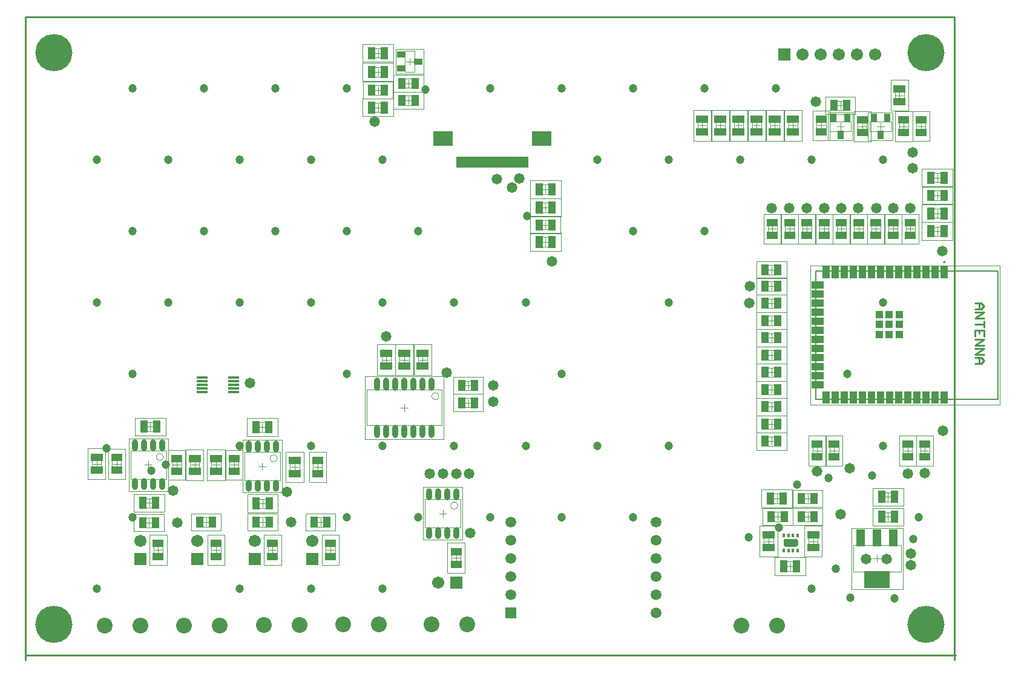
<source format=gts>
G04*
G04 #@! TF.GenerationSoftware,Altium Limited,Altium Designer,22.0.2 (36)*
G04*
G04 Layer_Color=8388736*
%FSLAX44Y44*%
%MOMM*%
G71*
G04*
G04 #@! TF.SameCoordinates,44A75C0C-92E7-4886-82EC-FF5ABF5C97BD*
G04*
G04*
G04 #@! TF.FilePolarity,Negative*
G04*
G01*
G75*
%ADD11C,0.2540*%
%ADD13C,0.2000*%
%ADD14C,0.1000*%
%ADD15C,0.1270*%
%ADD16C,0.0500*%
G04:AMPARAMS|DCode=19|XSize=1.04mm|YSize=0.85mm|CornerRadius=0.2125mm|HoleSize=0mm|Usage=FLASHONLY|Rotation=90.000|XOffset=0mm|YOffset=0mm|HoleType=Round|Shape=RoundedRectangle|*
%AMROUNDEDRECTD19*
21,1,1.0400,0.4250,0,0,90.0*
21,1,0.6150,0.8500,0,0,90.0*
1,1,0.4250,0.2125,0.3075*
1,1,0.4250,0.2125,-0.3075*
1,1,0.4250,-0.2125,-0.3075*
1,1,0.4250,-0.2125,0.3075*
%
%ADD19ROUNDEDRECTD19*%
%ADD35R,1.0160X1.0280*%
%ADD36R,0.9532X1.2032*%
G04:AMPARAMS|DCode=37|XSize=0.5mm|YSize=0.4mm|CornerRadius=0.075mm|HoleSize=0mm|Usage=FLASHONLY|Rotation=90.000|XOffset=0mm|YOffset=0mm|HoleType=Round|Shape=RoundedRectangle|*
%AMROUNDEDRECTD37*
21,1,0.5000,0.2500,0,0,90.0*
21,1,0.3500,0.4000,0,0,90.0*
1,1,0.1500,0.1250,0.1750*
1,1,0.1500,0.1250,-0.1750*
1,1,0.1500,-0.1250,-0.1750*
1,1,0.1500,-0.1250,0.1750*
%
%ADD37ROUNDEDRECTD37*%
%ADD38R,1.2032X2.3532*%
%ADD39R,3.5532X2.3532*%
%ADD40O,0.8032X1.8532*%
G04:AMPARAMS|DCode=41|XSize=1.55mm|YSize=0.4mm|CornerRadius=0.125mm|HoleSize=0mm|Usage=FLASHONLY|Rotation=180.000|XOffset=0mm|YOffset=0mm|HoleType=Round|Shape=RoundedRectangle|*
%AMROUNDEDRECTD41*
21,1,1.5500,0.1500,0,0,180.0*
21,1,1.3000,0.4000,0,0,180.0*
1,1,0.2500,-0.6500,0.0750*
1,1,0.2500,0.6500,0.0750*
1,1,0.2500,0.6500,-0.0750*
1,1,0.2500,-0.6500,-0.0750*
%
%ADD41ROUNDEDRECTD41*%
%ADD42O,0.8032X1.6532*%
%ADD43R,1.1032X1.1032*%
%ADD44R,1.1032X1.7032*%
%ADD45R,1.7032X1.1032*%
%ADD46R,1.0032X1.6032*%
%ADD47R,1.6032X1.0032*%
%ADD48R,1.2032X0.9532*%
%ADD49R,2.7032X2.0032*%
%ADD50R,0.5532X1.5032*%
%ADD51R,1.0032X1.6532*%
%ADD52R,1.6532X1.0032*%
%ADD53C,1.5032*%
%ADD54R,1.5032X1.5032*%
%ADD55C,2.2032*%
%ADD56R,1.7032X1.7032*%
%ADD57C,1.7032*%
%ADD58R,1.7032X1.7032*%
%ADD59C,1.2032*%
%ADD60C,1.4732*%
%ADD61C,5.2032*%
D11*
X1300000D02*
Y900000D01*
X0D02*
X1300000D01*
X1270Y6350D02*
X1301270D01*
X0Y0D02*
Y900000D01*
X1328170Y499660D02*
X1336634D01*
X1340866Y495428D01*
X1336634Y491196D01*
X1328170D01*
X1334518D01*
Y499660D01*
X1328170Y486964D02*
X1340866D01*
X1328170Y478500D01*
X1340866D01*
Y474268D02*
Y465804D01*
Y470036D01*
X1328170D01*
X1340866Y453108D02*
Y461572D01*
X1328170D01*
Y453108D01*
X1334518Y461572D02*
Y457340D01*
X1328170Y448876D02*
X1340866D01*
X1328170Y440412D01*
X1340866D01*
X1328170Y436181D02*
X1340866D01*
X1328170Y427717D01*
X1340866D01*
X1328170Y423485D02*
X1336634D01*
X1340866Y419253D01*
X1336634Y415021D01*
X1328170D01*
X1334518D01*
Y423485D01*
D13*
X1286770Y556660D02*
G03*
X1286770Y556660I-1000J0D01*
G01*
D14*
X578500Y369000D02*
G03*
X578500Y369000I-5000J0D01*
G01*
X605000Y216000D02*
G03*
X605000Y216000I-5000J0D01*
G01*
X352450Y282210D02*
G03*
X352450Y282210I-5000J0D01*
G01*
X193200Y284080D02*
G03*
X193200Y284080I-5000J0D01*
G01*
X1125270Y753760D02*
X1155270D01*
X1125270Y739760D02*
X1155270D01*
Y753760D01*
X1125270Y739760D02*
Y753760D01*
X1158170Y160320D02*
X1225170D01*
X1158170Y123320D02*
X1225170D01*
Y160320D01*
X1158170Y123320D02*
Y160320D01*
X477500Y378000D02*
X582500D01*
X477500Y328000D02*
X582500D01*
Y378000D01*
X477500Y328000D02*
Y378000D01*
X559000Y185000D02*
Y225000D01*
X609000Y185000D02*
Y225000D01*
X559000Y185000D02*
X609000D01*
X559000Y225000D02*
X609000D01*
X306450Y251210D02*
Y291210D01*
X356450Y251210D02*
Y291210D01*
X306450Y251210D02*
X356450D01*
X306450Y291210D02*
X356450D01*
X147200Y253080D02*
Y293080D01*
X197200Y253080D02*
Y293080D01*
X147200Y253080D02*
X197200D01*
X147200Y293080D02*
X197200D01*
X1084060Y232320D02*
X1105060D01*
X1084060Y219320D02*
X1105060D01*
X1084060D02*
Y232320D01*
X1105060Y219320D02*
Y232320D01*
X1042150Y206920D02*
X1063150D01*
X1042150Y193920D02*
X1063150D01*
X1042150D02*
Y206920D01*
X1063150Y193920D02*
Y206920D01*
X1084060D02*
X1105060D01*
X1084060Y193920D02*
X1105060D01*
X1084060D02*
Y206920D01*
X1105060Y193920D02*
Y206920D01*
X525500Y813500D02*
X546500D01*
X525500Y800500D02*
X546500D01*
X525500D02*
Y813500D01*
X546500Y800500D02*
Y813500D01*
X525500Y776500D02*
X546500D01*
X525500Y789500D02*
X546500D01*
Y776500D02*
Y789500D01*
X525500Y776500D02*
Y789500D01*
X596160Y132230D02*
Y153230D01*
X609160Y132230D02*
Y153230D01*
X596160Y132230D02*
X609160D01*
X596160Y153230D02*
X609160D01*
X1033440Y336700D02*
X1054440D01*
X1033440Y323700D02*
X1054440D01*
X1033440D02*
Y336700D01*
X1054440Y323700D02*
Y336700D01*
X1159360Y592750D02*
Y613750D01*
X1172360Y592750D02*
Y613750D01*
X1159360Y592750D02*
X1172360D01*
X1159360Y613750D02*
X1172360D01*
X1033440Y360830D02*
X1054440D01*
X1033440Y347830D02*
X1054440D01*
X1033440D02*
Y360830D01*
X1054440Y347830D02*
Y360830D01*
X1033440Y552600D02*
X1054440D01*
X1033440Y539600D02*
X1054440D01*
X1033440D02*
Y552600D01*
X1054440Y539600D02*
Y552600D01*
X1033440Y396090D02*
X1054440D01*
X1033440Y409090D02*
X1054440D01*
Y396090D02*
Y409090D01*
X1033440Y396090D02*
Y409090D01*
Y312570D02*
X1054440D01*
X1033440Y299570D02*
X1054440D01*
X1033440D02*
Y312570D01*
X1054440Y299570D02*
Y312570D01*
X1033440Y420220D02*
X1054440D01*
X1033440Y433220D02*
X1054440D01*
Y420220D02*
Y433220D01*
X1033440Y420220D02*
Y433220D01*
Y444350D02*
X1054440D01*
X1033440Y457350D02*
X1054440D01*
Y444350D02*
Y457350D01*
X1033440Y444350D02*
Y457350D01*
Y468480D02*
X1054440D01*
X1033440Y481480D02*
X1054440D01*
Y468480D02*
Y481480D01*
X1033440Y468480D02*
Y481480D01*
Y492610D02*
X1054440D01*
X1033440Y505610D02*
X1054440D01*
Y492610D02*
Y505610D01*
X1033440Y492610D02*
Y505610D01*
Y516740D02*
X1054440D01*
X1033440Y529740D02*
X1054440D01*
Y516740D02*
Y529740D01*
X1033440Y516740D02*
Y529740D01*
X1086970Y592750D02*
Y613750D01*
X1099970Y592750D02*
Y613750D01*
X1086970Y592750D02*
X1099970D01*
X1086970Y613750D02*
X1099970D01*
X1183490Y592750D02*
Y613750D01*
X1196490Y592750D02*
Y613750D01*
X1183490Y592750D02*
X1196490D01*
X1183490Y613750D02*
X1196490D01*
X1207620Y592750D02*
Y613750D01*
X1220620Y592750D02*
Y613750D01*
X1207620Y592750D02*
X1220620D01*
X1207620Y613750D02*
X1220620D01*
X1231750Y592750D02*
Y613750D01*
X1244750Y592750D02*
Y613750D01*
X1231750Y592750D02*
X1244750D01*
X1231750Y613750D02*
X1244750D01*
X609012Y390500D02*
X630012D01*
X609012Y377500D02*
X630012D01*
X609012D02*
Y390500D01*
X630012Y377500D02*
Y390500D01*
X609012Y366500D02*
X630012D01*
X609012Y353500D02*
X630012D01*
X609012D02*
Y366500D01*
X630012Y353500D02*
Y366500D01*
X1033440Y384960D02*
X1054440D01*
X1033440Y371960D02*
X1054440D01*
X1033440D02*
Y384960D01*
X1054440Y371960D02*
Y384960D01*
X1051710Y592750D02*
Y613750D01*
X1038710Y592750D02*
Y613750D01*
X1051710D01*
X1038710Y592750D02*
X1051710D01*
X1075840D02*
Y613750D01*
X1062840Y592750D02*
Y613750D01*
X1075840D01*
X1062840Y592750D02*
X1075840D01*
X1124100D02*
Y613750D01*
X1111100Y592750D02*
Y613750D01*
X1124100D01*
X1111100Y592750D02*
X1124100D01*
X1148230D02*
Y613750D01*
X1135230Y592750D02*
Y613750D01*
X1148230D01*
X1135230Y592750D02*
X1148230D01*
X1138070Y282500D02*
Y303500D01*
X1125070Y282500D02*
Y303500D01*
X1138070D01*
X1125070Y282500D02*
X1138070D01*
X1265070D02*
Y303500D01*
X1252070Y282500D02*
Y303500D01*
X1265070D01*
X1252070Y282500D02*
X1265070D01*
X1240940D02*
Y303500D01*
X1227940Y282500D02*
Y303500D01*
X1240940D01*
X1227940Y282500D02*
X1240940D01*
X1246500Y736500D02*
Y757500D01*
X1259500Y736500D02*
Y757500D01*
X1246500Y736500D02*
X1259500D01*
X1246500Y757500D02*
X1259500D01*
X1235510Y736260D02*
Y757260D01*
X1222510Y736260D02*
Y757260D01*
X1235510D01*
X1222510Y736260D02*
X1235510D01*
X1164440D02*
Y757260D01*
X1177440Y736260D02*
Y757260D01*
X1164440Y736260D02*
X1177440D01*
X1164440Y757260D02*
X1177440D01*
X1107100Y737530D02*
Y758530D01*
X1120100Y737530D02*
Y758530D01*
X1107100Y737530D02*
X1120100D01*
X1107100Y758530D02*
X1120100D01*
X1129770Y769470D02*
X1150770D01*
X1129770Y782470D02*
X1150770D01*
Y769470D02*
Y782470D01*
X1129770Y769470D02*
Y782470D01*
X1101500Y282500D02*
Y303500D01*
X1114500Y282500D02*
Y303500D01*
X1101500Y282500D02*
X1114500D01*
X1101500Y303500D02*
X1114500D01*
X162500Y198500D02*
X183500D01*
X162500Y185500D02*
X183500D01*
X162500D02*
Y198500D01*
X183500Y185500D02*
Y198500D01*
X192500Y143500D02*
Y164500D01*
X179500Y143500D02*
Y164500D01*
X192500D01*
X179500Y143500D02*
X192500D01*
X121250Y263850D02*
Y284850D01*
X134250Y263850D02*
Y284850D01*
X121250Y263850D02*
X134250D01*
X121250Y284850D02*
X134250D01*
X242500Y186500D02*
X263500D01*
X242500Y199500D02*
X263500D01*
Y186500D02*
Y199500D01*
X242500Y186500D02*
Y199500D01*
X273500Y143500D02*
Y164500D01*
X260500Y143500D02*
Y164500D01*
X273500D01*
X260500Y143500D02*
X273500D01*
X218500Y262500D02*
Y283500D01*
X205500Y262500D02*
Y283500D01*
X218500D01*
X205500Y262500D02*
X218500D01*
X321500Y199500D02*
X342500D01*
X321500Y186500D02*
X342500D01*
X321500D02*
Y199500D01*
X342500Y186500D02*
Y199500D01*
X352500Y143500D02*
Y164500D01*
X339500Y143500D02*
Y164500D01*
X352500D01*
X339500Y143500D02*
X352500D01*
X285500Y262500D02*
Y283500D01*
X298500Y262500D02*
Y283500D01*
X285500Y262500D02*
X298500D01*
X285500Y283500D02*
X298500D01*
X402500Y186500D02*
X423500D01*
X402500Y199500D02*
X423500D01*
Y186500D02*
Y199500D01*
X402500Y186500D02*
Y199500D01*
X433500Y143500D02*
Y164500D01*
X420500Y143500D02*
Y164500D01*
X433500D01*
X420500Y143500D02*
X433500D01*
X415420Y259440D02*
Y280440D01*
X402420Y259440D02*
Y280440D01*
X415420D01*
X402420Y259440D02*
X415420D01*
X530680Y822620D02*
Y852620D01*
X544680Y822620D02*
Y852620D01*
X530680D02*
X544680D01*
X530680Y822620D02*
X544680D01*
X1181340Y753760D02*
X1211340D01*
X1181340Y739760D02*
X1211340D01*
Y753760D01*
X1181340Y739760D02*
Y753760D01*
X482890Y803830D02*
X503890D01*
X482890Y790830D02*
X503890D01*
X482890D02*
Y803830D01*
X503890Y790830D02*
Y803830D01*
X717110Y615480D02*
X738110D01*
X717110Y602480D02*
X738110D01*
X717110D02*
Y615480D01*
X738110Y602480D02*
Y615480D01*
X1265500Y643500D02*
X1286500D01*
X1265500Y656500D02*
X1286500D01*
Y643500D02*
Y656500D01*
X1265500Y643500D02*
Y656500D01*
X1061880Y219320D02*
Y232320D01*
X1040880Y219320D02*
Y232320D01*
Y219320D02*
X1061880D01*
X1040880Y232320D02*
X1061880D01*
X498500Y430500D02*
X511500D01*
X498500Y409500D02*
X511500D01*
Y430500D01*
X498500Y409500D02*
Y430500D01*
X1067650Y758530D02*
X1080650D01*
X1067650Y737530D02*
X1080650D01*
Y758530D01*
X1067650Y737530D02*
Y758530D01*
X991450D02*
X1004450D01*
X991450Y737530D02*
X1004450D01*
Y758530D01*
X991450Y737530D02*
Y758530D01*
X966050D02*
X979050D01*
X966050Y737530D02*
X979050D01*
Y758530D01*
X966050Y737530D02*
Y758530D01*
X183970Y213240D02*
Y226240D01*
X162970Y213240D02*
Y226240D01*
Y213240D02*
X183970D01*
X162970Y226240D02*
X183970D01*
X185240Y319920D02*
Y332920D01*
X164240Y319920D02*
Y332920D01*
Y319920D02*
X185240D01*
X164240Y332920D02*
X185240D01*
X342500Y212500D02*
Y225500D01*
X321500Y212500D02*
Y225500D01*
Y212500D02*
X342500D01*
X321500Y225500D02*
X342500D01*
X341950Y319320D02*
Y332320D01*
X320950Y319320D02*
Y332320D01*
Y319320D02*
X341950D01*
X320950Y332320D02*
X341950D01*
X1095680Y155630D02*
Y176630D01*
X1108680Y155630D02*
Y176630D01*
X1095680Y155630D02*
X1108680D01*
X1095680Y176630D02*
X1108680D01*
X1196410Y193740D02*
X1217410D01*
X1196410Y206740D02*
X1217410D01*
Y193740D02*
Y206740D01*
X1196410Y193740D02*
Y206740D01*
Y221680D02*
X1217410D01*
X1196410Y234680D02*
X1217410D01*
Y221680D02*
Y234680D01*
X1196410Y221680D02*
Y234680D01*
X1033450Y155630D02*
Y176630D01*
X1046450Y155630D02*
Y176630D01*
X1033450Y155630D02*
X1046450D01*
X1033450Y176630D02*
X1046450D01*
X1059500Y124500D02*
X1080500D01*
X1059500Y137500D02*
X1080500D01*
Y124500D02*
Y137500D01*
X1059500Y124500D02*
Y137500D01*
X562500Y409500D02*
Y430500D01*
X549500Y409500D02*
Y430500D01*
X562500D01*
X549500Y409500D02*
X562500D01*
X536550Y409590D02*
Y430590D01*
X523550Y409590D02*
Y430590D01*
X536550D01*
X523550Y409590D02*
X536550D01*
X482890Y766700D02*
X503890D01*
X482890Y779700D02*
X503890D01*
Y766700D02*
Y779700D01*
X482890Y766700D02*
Y779700D01*
Y816230D02*
X503890D01*
X482890Y829230D02*
X503890D01*
Y816230D02*
Y829230D01*
X482890Y816230D02*
Y829230D01*
Y842900D02*
X503890D01*
X482890Y855900D02*
X503890D01*
Y842900D02*
Y855900D01*
X482890Y842900D02*
Y855900D01*
X717110Y591350D02*
X738110D01*
X717110Y578350D02*
X738110D01*
X717110D02*
Y591350D01*
X738110Y578350D02*
Y591350D01*
X717110Y639610D02*
X738110D01*
X717110Y626610D02*
X738110D01*
X717110D02*
Y639610D01*
X738110Y626610D02*
Y639610D01*
X717110Y665010D02*
X738110D01*
X717110Y652010D02*
X738110D01*
X717110D02*
Y665010D01*
X738110Y652010D02*
Y665010D01*
X1265500Y681500D02*
X1286500D01*
X1265500Y668500D02*
X1286500D01*
X1265500D02*
Y681500D01*
X1286500Y668500D02*
Y681500D01*
X1265500Y593500D02*
X1286500D01*
X1265500Y606500D02*
X1286500D01*
Y593500D02*
Y606500D01*
X1265500Y593500D02*
Y606500D01*
Y618500D02*
X1286500D01*
X1265500Y631500D02*
X1286500D01*
Y618500D02*
Y631500D01*
X1265500Y618500D02*
Y631500D01*
X1229500Y779500D02*
Y800500D01*
X1216500Y779500D02*
Y800500D01*
X1229500D01*
X1216500Y779500D02*
X1229500D01*
X1055250Y737530D02*
Y758530D01*
X1042250Y737530D02*
Y758530D01*
X1055250D01*
X1042250Y737530D02*
X1055250D01*
X1029850D02*
Y758530D01*
X1016850Y737530D02*
Y758530D01*
X1029850D01*
X1016850Y737530D02*
X1029850D01*
X953650D02*
Y758530D01*
X940650Y737530D02*
Y758530D01*
X953650D01*
X940650Y737530D02*
X953650D01*
X93310Y263850D02*
Y284850D01*
X106310Y263850D02*
Y284850D01*
X93310Y263850D02*
X106310D01*
X93310Y284850D02*
X106310D01*
X243500Y262500D02*
Y283500D01*
X230500Y262500D02*
Y283500D01*
X243500D01*
X230500Y262500D02*
X243500D01*
X260500D02*
Y283500D01*
X273500Y262500D02*
Y283500D01*
X260500Y262500D02*
X273500D01*
X260500Y283500D02*
X273500D01*
X383416Y259440D02*
Y280440D01*
X370416Y259440D02*
Y280440D01*
X383416D01*
X370416Y259440D02*
X383416D01*
X1140270Y741760D02*
Y751760D01*
X1135270Y746760D02*
X1145270D01*
X1191670Y136820D02*
Y146820D01*
X1186670Y141820D02*
X1196670D01*
X530000Y348000D02*
Y358000D01*
X525000Y353000D02*
X535000D01*
X579000Y205000D02*
X589000D01*
X584000Y200000D02*
Y210000D01*
X326450Y271210D02*
X336450D01*
X331450Y266210D02*
Y276210D01*
X167200Y273080D02*
X177200D01*
X172200Y268080D02*
Y278080D01*
X1094560Y220820D02*
Y230820D01*
X1089560Y225820D02*
X1099560D01*
X1052650Y195420D02*
Y205420D01*
X1047650Y200420D02*
X1057650D01*
X1094560Y195420D02*
Y205420D01*
X1089560Y200420D02*
X1099560D01*
X536000Y802000D02*
Y812000D01*
X531000Y807000D02*
X541000D01*
X536000Y778000D02*
Y788000D01*
X531000Y783000D02*
X541000D01*
X597660Y142730D02*
X607660D01*
X602660Y137730D02*
Y147730D01*
X1043940Y325200D02*
Y335200D01*
X1038940Y330200D02*
X1048940D01*
X1160860Y603250D02*
X1170860D01*
X1165860Y598250D02*
Y608250D01*
X1043940Y349330D02*
Y359330D01*
X1038940Y354330D02*
X1048940D01*
X1043940Y541100D02*
Y551100D01*
X1038940Y546100D02*
X1048940D01*
X1043940Y397590D02*
Y407590D01*
X1038940Y402590D02*
X1048940D01*
X1043940Y301070D02*
Y311070D01*
X1038940Y306070D02*
X1048940D01*
X1043940Y421720D02*
Y431720D01*
X1038940Y426720D02*
X1048940D01*
X1043940Y445850D02*
Y455850D01*
X1038940Y450850D02*
X1048940D01*
X1043940Y469980D02*
Y479980D01*
X1038940Y474980D02*
X1048940D01*
X1043940Y494110D02*
Y504110D01*
X1038940Y499110D02*
X1048940D01*
X1043940Y518240D02*
Y528240D01*
X1038940Y523240D02*
X1048940D01*
X1088470Y603250D02*
X1098470D01*
X1093470Y598250D02*
Y608250D01*
X1184990Y603250D02*
X1194990D01*
X1189990Y598250D02*
Y608250D01*
X1209120Y603250D02*
X1219120D01*
X1214120Y598250D02*
Y608250D01*
X1233250Y603250D02*
X1243250D01*
X1238250Y598250D02*
Y608250D01*
X619512Y379000D02*
Y389000D01*
X614512Y384000D02*
X624512D01*
X619512Y355000D02*
Y365000D01*
X614512Y360000D02*
X624512D01*
X1043940Y373460D02*
Y383460D01*
X1038940Y378460D02*
X1048940D01*
X1040210Y603250D02*
X1050210D01*
X1045210Y598250D02*
Y608250D01*
X1064340Y603250D02*
X1074340D01*
X1069340Y598250D02*
Y608250D01*
X1112600Y603250D02*
X1122600D01*
X1117600Y598250D02*
Y608250D01*
X1136730Y603250D02*
X1146730D01*
X1141730Y598250D02*
Y608250D01*
X1126570Y293000D02*
X1136570D01*
X1131570Y288000D02*
Y298000D01*
X1253570Y293000D02*
X1263570D01*
X1258570Y288000D02*
Y298000D01*
X1229440Y293000D02*
X1239440D01*
X1234440Y288000D02*
Y298000D01*
X1248000Y747000D02*
X1258000D01*
X1253000Y742000D02*
Y752000D01*
X1224010Y746760D02*
X1234010D01*
X1229010Y741760D02*
Y751760D01*
X1165940Y746760D02*
X1175940D01*
X1170940Y741760D02*
Y751760D01*
X1108600Y748030D02*
X1118600D01*
X1113600Y743030D02*
Y753030D01*
X1140270Y770970D02*
Y780970D01*
X1135270Y775970D02*
X1145270D01*
X1103000Y293000D02*
X1113000D01*
X1108000Y288000D02*
Y298000D01*
X173000Y187000D02*
Y197000D01*
X168000Y192000D02*
X178000D01*
X181000Y154000D02*
X191000D01*
X186000Y149000D02*
Y159000D01*
X122750Y274350D02*
X132750D01*
X127750Y269350D02*
Y279350D01*
X253000Y188000D02*
Y198000D01*
X248000Y193000D02*
X258000D01*
X262000Y154000D02*
X272000D01*
X267000Y149000D02*
Y159000D01*
X207000Y273000D02*
X217000D01*
X212000Y268000D02*
Y278000D01*
X332000Y188000D02*
Y198000D01*
X327000Y193000D02*
X337000D01*
X341000Y154000D02*
X351000D01*
X346000Y149000D02*
Y159000D01*
X287000Y273000D02*
X297000D01*
X292000Y268000D02*
Y278000D01*
X413000Y188000D02*
Y198000D01*
X408000Y193000D02*
X418000D01*
X422000Y154000D02*
X432000D01*
X427000Y149000D02*
Y159000D01*
X403920Y269940D02*
X413920D01*
X408920Y264940D02*
Y274940D01*
X532680Y837620D02*
X542680D01*
X537680Y832620D02*
Y842620D01*
X1196340Y741760D02*
Y751760D01*
X1191340Y746760D02*
X1201340D01*
X493390Y792330D02*
Y802330D01*
X488390Y797330D02*
X498390D01*
X727610Y603980D02*
Y613980D01*
X722610Y608980D02*
X732610D01*
X1276000Y645000D02*
Y655000D01*
X1271000Y650000D02*
X1281000D01*
X1046380Y225820D02*
X1056380D01*
X1051380Y220820D02*
Y230820D01*
X505000Y415000D02*
Y425000D01*
X500000Y420000D02*
X510000D01*
X1074150Y743030D02*
Y753030D01*
X1069150Y748030D02*
X1079150D01*
X997950Y743030D02*
Y753030D01*
X992950Y748030D02*
X1002950D01*
X972550Y743030D02*
Y753030D01*
X967550Y748030D02*
X977550D01*
X168470Y219740D02*
X178470D01*
X173470Y214740D02*
Y224740D01*
X169740Y326420D02*
X179740D01*
X174740Y321420D02*
Y331420D01*
X327000Y219000D02*
X337000D01*
X332000Y214000D02*
Y224000D01*
X326450Y325820D02*
X336450D01*
X331450Y320820D02*
Y330820D01*
X1097180Y166130D02*
X1107180D01*
X1102180Y161130D02*
Y171130D01*
X1206910Y195240D02*
Y205240D01*
X1201910Y200240D02*
X1211910D01*
X1206910Y223180D02*
Y233180D01*
X1201910Y228180D02*
X1211910D01*
X1034950Y166130D02*
X1044950D01*
X1039950Y161130D02*
Y171130D01*
X1070000Y126000D02*
Y136000D01*
X1065000Y131000D02*
X1075000D01*
X551000Y420000D02*
X561000D01*
X556000Y415000D02*
Y425000D01*
X525050Y420090D02*
X535050D01*
X530050Y415090D02*
Y425090D01*
X493390Y768200D02*
Y778200D01*
X488390Y773200D02*
X498390D01*
X493390Y817730D02*
Y827730D01*
X488390Y822730D02*
X498390D01*
X493390Y844400D02*
Y854400D01*
X488390Y849400D02*
X498390D01*
X727610Y579850D02*
Y589850D01*
X722610Y584850D02*
X732610D01*
X727610Y628110D02*
Y638110D01*
X722610Y633110D02*
X732610D01*
X727610Y653510D02*
Y663510D01*
X722610Y658510D02*
X732610D01*
X1276000Y670000D02*
Y680000D01*
X1271000Y675000D02*
X1281000D01*
X1276000Y595000D02*
Y605000D01*
X1271000Y600000D02*
X1281000D01*
X1276000Y620000D02*
Y630000D01*
X1271000Y625000D02*
X1281000D01*
X1218000Y790000D02*
X1228000D01*
X1223000Y785000D02*
Y795000D01*
X1043750Y748030D02*
X1053750D01*
X1048750Y743030D02*
Y753030D01*
X1018350Y748030D02*
X1028350D01*
X1023350Y743030D02*
Y753030D01*
X942150Y748030D02*
X952150D01*
X947150Y743030D02*
Y753030D01*
X94810Y274350D02*
X104810D01*
X99810Y269350D02*
Y279350D01*
X232000Y273000D02*
X242000D01*
X237000Y268000D02*
Y278000D01*
X262000Y273000D02*
X272000D01*
X267000Y268000D02*
Y278000D01*
X371916Y269940D02*
X381916D01*
X376916Y264940D02*
Y274940D01*
D15*
X1360670Y364660D02*
Y544660D01*
X1300670Y364660D02*
X1360670D01*
X1105670D02*
X1300670D01*
X1105670D02*
Y544660D01*
X1300670D01*
X1360670D01*
X1300670Y364660D02*
Y544660D01*
D16*
X1077710Y158800D02*
G03*
X1080250Y161340I0J2540D01*
G01*
X1061250D02*
G03*
X1063790Y158800I2540J0D01*
G01*
X1080250Y166660D02*
G03*
X1077710Y169200I-2540J0D01*
G01*
X1063790D02*
G03*
X1061250Y166660I0J-2540D01*
G01*
X1063790Y158800D02*
X1077710D01*
X1063790Y169200D02*
X1077710D01*
X1061250Y161340D02*
Y166660D01*
X1080250Y161340D02*
Y166660D01*
X1122770Y766010D02*
X1157770D01*
X1122770Y727510D02*
X1157770D01*
Y766010D01*
X1122770Y727510D02*
Y766010D01*
X1155670Y184320D02*
X1227670D01*
X1155670Y99320D02*
X1227670D01*
Y184320D01*
X1155670Y99320D02*
Y184320D01*
X475000Y397000D02*
X585000D01*
X475000Y309000D02*
X585000D01*
Y397000D01*
X475000Y309000D02*
Y397000D01*
X556500Y168000D02*
Y242000D01*
X611500Y168000D02*
Y242000D01*
X556500Y168000D02*
X611500D01*
X556500Y242000D02*
X611500D01*
X303950Y234210D02*
Y308210D01*
X358950Y234210D02*
Y308210D01*
X303950Y234210D02*
X358950D01*
X303950Y308210D02*
X358950D01*
X144700Y236080D02*
Y310080D01*
X199700Y236080D02*
Y310080D01*
X144700Y236080D02*
X199700D01*
X144700Y310080D02*
X199700D01*
X1098170Y552160D02*
X1363170D01*
Y357160D02*
Y552160D01*
X1098170Y357160D02*
X1363170D01*
X1098170D02*
Y552160D01*
X1073560Y237820D02*
X1115560D01*
X1073560Y213820D02*
X1115560D01*
X1073560D02*
Y237820D01*
X1115560Y213820D02*
Y237820D01*
X1031650Y212420D02*
X1073650D01*
X1031650Y188420D02*
X1073650D01*
X1031650D02*
Y212420D01*
X1073650Y188420D02*
Y212420D01*
X1073560D02*
X1115560D01*
X1073560Y188420D02*
X1115560D01*
X1073560D02*
Y212420D01*
X1115560Y188420D02*
Y212420D01*
X515000Y819000D02*
X557000D01*
X515000Y795000D02*
X557000D01*
X515000D02*
Y819000D01*
X557000Y795000D02*
Y819000D01*
X515000Y771000D02*
X557000D01*
X515000Y795000D02*
X557000D01*
Y771000D02*
Y795000D01*
X515000Y771000D02*
Y795000D01*
X590660Y121730D02*
Y163730D01*
X614660Y121730D02*
Y163730D01*
X590660Y121730D02*
X614660D01*
X590660Y163730D02*
X614660D01*
X1022940Y342200D02*
X1064940D01*
X1022940Y318200D02*
X1064940D01*
X1022940D02*
Y342200D01*
X1064940Y318200D02*
Y342200D01*
X1153860Y582250D02*
Y624250D01*
X1177860Y582250D02*
Y624250D01*
X1153860Y582250D02*
X1177860D01*
X1153860Y624250D02*
X1177860D01*
X1022940Y366330D02*
X1064940D01*
X1022940Y342330D02*
X1064940D01*
X1022940D02*
Y366330D01*
X1064940Y342330D02*
Y366330D01*
X1022940Y558100D02*
X1064940D01*
X1022940Y534100D02*
X1064940D01*
X1022940D02*
Y558100D01*
X1064940Y534100D02*
Y558100D01*
X1022940Y390590D02*
X1064940D01*
X1022940Y414590D02*
X1064940D01*
Y390590D02*
Y414590D01*
X1022940Y390590D02*
Y414590D01*
X1022940Y318070D02*
X1064940D01*
X1022940Y294070D02*
X1064940D01*
X1022940D02*
Y318070D01*
X1064940Y294070D02*
Y318070D01*
X1022940Y414720D02*
X1064940D01*
X1022940Y438720D02*
X1064940D01*
Y414720D02*
Y438720D01*
X1022940Y414720D02*
Y438720D01*
Y438850D02*
X1064940D01*
X1022940Y462850D02*
X1064940D01*
Y438850D02*
Y462850D01*
X1022940Y438850D02*
Y462850D01*
Y462980D02*
X1064940D01*
X1022940Y486980D02*
X1064940D01*
Y462980D02*
Y486980D01*
X1022940Y462980D02*
Y486980D01*
Y487110D02*
X1064940D01*
X1022940Y511110D02*
X1064940D01*
Y487110D02*
Y511110D01*
X1022940Y487110D02*
Y511110D01*
Y511240D02*
X1064940D01*
X1022940Y535240D02*
X1064940D01*
Y511240D02*
Y535240D01*
X1022940Y511240D02*
Y535240D01*
X1081470Y582250D02*
Y624250D01*
X1105470Y582250D02*
Y624250D01*
X1081470Y582250D02*
X1105470D01*
X1081470Y624250D02*
X1105470D01*
X1177990Y582250D02*
Y624250D01*
X1201990Y582250D02*
Y624250D01*
X1177990Y582250D02*
X1201990D01*
X1177990Y624250D02*
X1201990D01*
X1202120Y582250D02*
Y624250D01*
X1226120Y582250D02*
Y624250D01*
X1202120Y582250D02*
X1226120D01*
X1202120Y624250D02*
X1226120D01*
X1226250Y582250D02*
Y624250D01*
X1250250Y582250D02*
Y624250D01*
X1226250Y582250D02*
X1250250D01*
X1226250Y624250D02*
X1250250D01*
X598512Y396000D02*
X640512D01*
X598512Y372000D02*
X640512D01*
X598512D02*
Y396000D01*
X640512Y372000D02*
Y396000D01*
X598512Y372000D02*
X640512D01*
X598512Y348000D02*
X640512D01*
X598512D02*
Y372000D01*
X640512Y348000D02*
Y372000D01*
X1022940Y390460D02*
X1064940D01*
X1022940Y366460D02*
X1064940D01*
X1022940D02*
Y390460D01*
X1064940Y366460D02*
Y390460D01*
X1057210Y582250D02*
Y624250D01*
X1033210Y582250D02*
Y624250D01*
X1057210D01*
X1033210Y582250D02*
X1057210D01*
X1081340D02*
Y624250D01*
X1057340Y582250D02*
Y624250D01*
X1081340D01*
X1057340Y582250D02*
X1081340D01*
X1129600D02*
Y624250D01*
X1105600Y582250D02*
Y624250D01*
X1129600D01*
X1105600Y582250D02*
X1129600D01*
X1153730D02*
Y624250D01*
X1129730Y582250D02*
Y624250D01*
X1153730D01*
X1129730Y582250D02*
X1153730D01*
X1143570Y272000D02*
Y314000D01*
X1119570Y272000D02*
Y314000D01*
X1143570D01*
X1119570Y272000D02*
X1143570D01*
X1270570D02*
Y314000D01*
X1246570Y272000D02*
Y314000D01*
X1270570D01*
X1246570Y272000D02*
X1270570D01*
X1246440D02*
Y314000D01*
X1222440Y272000D02*
Y314000D01*
X1246440D01*
X1222440Y272000D02*
X1246440D01*
X1241000Y726000D02*
Y768000D01*
X1265000Y726000D02*
Y768000D01*
X1241000Y726000D02*
X1265000D01*
X1241000Y768000D02*
X1265000D01*
X1241010Y725760D02*
Y767760D01*
X1217010Y725760D02*
Y767760D01*
X1241010D01*
X1217010Y725760D02*
X1241010D01*
X1158940Y725760D02*
Y767760D01*
X1182940Y725760D02*
Y767760D01*
X1158940Y725760D02*
X1182940D01*
X1158940Y767760D02*
X1182940D01*
X1101600Y727030D02*
Y769030D01*
X1125600Y727030D02*
Y769030D01*
X1101600Y727030D02*
X1125600D01*
X1101600Y769030D02*
X1125600D01*
X1119270Y763970D02*
X1161270D01*
X1119270Y787970D02*
X1161270D01*
Y763970D02*
Y787970D01*
X1119270Y763970D02*
Y787970D01*
X1096000Y272000D02*
Y314000D01*
X1120000Y272000D02*
Y314000D01*
X1096000Y272000D02*
X1120000D01*
X1096000Y314000D02*
X1120000D01*
X152000Y204000D02*
X194000D01*
X152000Y180000D02*
X194000D01*
X152000D02*
Y204000D01*
X194000Y180000D02*
Y204000D01*
X198000Y133000D02*
Y175000D01*
X174000Y133000D02*
Y175000D01*
X198000D01*
X174000Y133000D02*
X198000D01*
X115750Y253350D02*
Y295350D01*
X139750Y253350D02*
Y295350D01*
X115750Y253350D02*
X139750D01*
X115750Y295350D02*
X139750D01*
X232000Y181000D02*
X274000D01*
X232000Y205000D02*
X274000D01*
Y181000D02*
Y205000D01*
X232000Y181000D02*
Y205000D01*
X279000Y133000D02*
Y175000D01*
X255000Y133000D02*
Y175000D01*
X279000D01*
X255000Y133000D02*
X279000D01*
X224000Y252000D02*
Y294000D01*
X200000Y252000D02*
Y294000D01*
X224000D01*
X200000Y252000D02*
X224000D01*
X311000Y205000D02*
X353000D01*
X311000Y181000D02*
X353000D01*
X311000D02*
Y205000D01*
X353000Y181000D02*
Y205000D01*
X358000Y133000D02*
Y175000D01*
X334000Y133000D02*
Y175000D01*
X358000D01*
X334000Y133000D02*
X358000D01*
X280000Y252000D02*
Y294000D01*
X304000Y252000D02*
Y294000D01*
X280000Y252000D02*
X304000D01*
X280000Y294000D02*
X304000D01*
X392000Y181000D02*
X434000D01*
X392000Y205000D02*
X434000D01*
Y181000D02*
Y205000D01*
X392000Y181000D02*
Y205000D01*
X439000Y133000D02*
Y175000D01*
X415000Y133000D02*
Y175000D01*
X439000D01*
X415000Y133000D02*
X439000D01*
X420920Y248940D02*
Y290940D01*
X396920Y248940D02*
Y290940D01*
X420920D01*
X396920Y248940D02*
X420920D01*
X518430Y820120D02*
Y855120D01*
X556930Y820120D02*
Y855120D01*
X518430D02*
X556930D01*
X518430Y820120D02*
X556930D01*
X1178840Y766010D02*
X1213840D01*
X1178840Y727510D02*
X1213840D01*
Y766010D01*
X1178840Y727510D02*
Y766010D01*
X472390Y809330D02*
X514390D01*
X472390Y785330D02*
X514390D01*
X472390D02*
Y809330D01*
X514390Y785330D02*
Y809330D01*
X706610Y620980D02*
X748610D01*
X706610Y596980D02*
X748610D01*
X706610D02*
Y620980D01*
X748610Y596980D02*
Y620980D01*
X1255000Y638000D02*
X1297000D01*
X1255000Y662000D02*
X1297000D01*
Y638000D02*
Y662000D01*
X1255000Y638000D02*
Y662000D01*
X1072880Y213320D02*
Y238320D01*
X1029880Y213320D02*
Y238320D01*
Y213320D02*
X1072880D01*
X1029880Y238320D02*
X1072880D01*
X492500Y441500D02*
X517500D01*
X492500Y398500D02*
X517500D01*
Y441500D01*
X492500Y398500D02*
Y441500D01*
X1061650Y769530D02*
X1086650D01*
X1061650Y726530D02*
X1086650D01*
Y769530D01*
X1061650Y726530D02*
Y769530D01*
X985450D02*
X1010450D01*
X985450Y726530D02*
X1010450D01*
Y769530D01*
X985450Y726530D02*
Y769530D01*
X960050D02*
X985050D01*
X960050Y726530D02*
X985050D01*
Y769530D01*
X960050Y726530D02*
Y769530D01*
X194970Y207240D02*
Y232240D01*
X151970Y207240D02*
Y232240D01*
Y207240D02*
X194970D01*
X151970Y232240D02*
X194970D01*
X196240Y313920D02*
Y338920D01*
X153240Y313920D02*
Y338920D01*
Y313920D02*
X196240D01*
X153240Y338920D02*
X196240D01*
X353500Y206500D02*
Y231500D01*
X310500Y206500D02*
Y231500D01*
Y206500D02*
X353500D01*
X310500Y231500D02*
X353500D01*
X352950Y313320D02*
Y338320D01*
X309950Y313320D02*
Y338320D01*
Y313320D02*
X352950D01*
X309950Y338320D02*
X352950D01*
X1089680Y144630D02*
Y187630D01*
X1114680Y144630D02*
Y187630D01*
X1089680Y144630D02*
X1114680D01*
X1089680Y187630D02*
X1114680D01*
X1185410Y187740D02*
X1228410D01*
X1185410Y212740D02*
X1228410D01*
Y187740D02*
Y212740D01*
X1185410Y187740D02*
Y212740D01*
Y215680D02*
X1228410D01*
X1185410Y240680D02*
X1228410D01*
Y215680D02*
Y240680D01*
X1185410Y215680D02*
Y240680D01*
X1027450Y144630D02*
Y187630D01*
X1052450Y144630D02*
Y187630D01*
X1027450Y144630D02*
X1052450D01*
X1027450Y187630D02*
X1052450D01*
X1048500Y118500D02*
X1091500D01*
X1048500Y143500D02*
X1091500D01*
Y118500D02*
Y143500D01*
X1048500Y118500D02*
Y143500D01*
X568500Y398500D02*
Y441500D01*
X543500Y398500D02*
Y441500D01*
X568500D01*
X543500Y398500D02*
X568500D01*
X542550Y398590D02*
Y441590D01*
X517550Y398590D02*
Y441590D01*
X542550D01*
X517550Y398590D02*
X542550D01*
X471890Y760700D02*
X514890D01*
X471890Y785700D02*
X514890D01*
Y760700D02*
Y785700D01*
X471890Y760700D02*
Y785700D01*
Y810230D02*
X514890D01*
X471890Y835230D02*
X514890D01*
Y810230D02*
Y835230D01*
X471890Y810230D02*
Y835230D01*
Y836900D02*
X514890D01*
X471890Y861900D02*
X514890D01*
Y836900D02*
Y861900D01*
X471890Y836900D02*
Y861900D01*
X706110Y597350D02*
X749110D01*
X706110Y572350D02*
X749110D01*
X706110D02*
Y597350D01*
X749110Y572350D02*
Y597350D01*
X706110Y645610D02*
X749110D01*
X706110Y620610D02*
X749110D01*
X706110D02*
Y645610D01*
X749110Y620610D02*
Y645610D01*
X706110Y671010D02*
X749110D01*
X706110Y646010D02*
X749110D01*
X706110D02*
Y671010D01*
X749110Y646010D02*
Y671010D01*
X1254500Y687500D02*
X1297500D01*
X1254500Y662500D02*
X1297500D01*
X1254500D02*
Y687500D01*
X1297500Y662500D02*
Y687500D01*
X1254500Y587500D02*
X1297500D01*
X1254500Y612500D02*
X1297500D01*
Y587500D02*
Y612500D01*
X1254500Y587500D02*
Y612500D01*
X1297500D01*
X1254500Y637500D02*
X1297500D01*
Y612500D02*
Y637500D01*
X1254500Y612500D02*
Y637500D01*
X1235500Y768500D02*
Y811500D01*
X1210500Y768500D02*
Y811500D01*
X1235500D01*
X1210500Y768500D02*
X1235500D01*
X1061250Y726530D02*
Y769530D01*
X1036250Y726530D02*
Y769530D01*
X1061250D01*
X1036250Y726530D02*
X1061250D01*
X1035850D02*
Y769530D01*
X1010850Y726530D02*
Y769530D01*
X1035850D01*
X1010850Y726530D02*
X1035850D01*
X959650D02*
Y769530D01*
X934650Y726530D02*
Y769530D01*
X959650D01*
X934650Y726530D02*
X959650D01*
X87310Y252850D02*
Y295850D01*
X112310Y252850D02*
Y295850D01*
X87310Y252850D02*
X112310D01*
X87310Y295850D02*
X112310D01*
X249500Y251500D02*
Y294500D01*
X224500Y251500D02*
Y294500D01*
X249500D01*
X224500Y251500D02*
X249500D01*
X254500Y251500D02*
Y294500D01*
X279500Y251500D02*
Y294500D01*
X254500Y251500D02*
X279500D01*
X254500Y294500D02*
X279500D01*
X389416Y248440D02*
Y291440D01*
X364416Y248440D02*
Y291440D01*
X389416D01*
X364416Y248440D02*
X389416D01*
D19*
X1065500Y164000D02*
D03*
X1076000D02*
D03*
D35*
X1068210Y163940D02*
D03*
D36*
X1149770Y758760D02*
D03*
X1130770D02*
D03*
X1140270Y734760D02*
D03*
X1205840Y758760D02*
D03*
X1186840D02*
D03*
X1196340Y734760D02*
D03*
D37*
X1061000Y153500D02*
D03*
X1067500D02*
D03*
X1080500Y174500D02*
D03*
X1074000D02*
D03*
X1061000D02*
D03*
X1067500D02*
D03*
X1080500Y153500D02*
D03*
X1074000D02*
D03*
D38*
X1214670Y171070D02*
D03*
X1191670D02*
D03*
X1168670D02*
D03*
D39*
X1191670Y112570D02*
D03*
D40*
X568100Y386250D02*
D03*
X555400D02*
D03*
X542700D02*
D03*
X530000D02*
D03*
X517300D02*
D03*
X504600D02*
D03*
X491900D02*
D03*
X568100Y319750D02*
D03*
X555400D02*
D03*
X542700D02*
D03*
X530000D02*
D03*
X517300D02*
D03*
X504600D02*
D03*
X491900D02*
D03*
D41*
X291000Y375000D02*
D03*
Y380000D02*
D03*
X247000Y395000D02*
D03*
Y390000D02*
D03*
X291000Y395000D02*
D03*
Y390000D02*
D03*
Y385000D02*
D03*
X247000Y375000D02*
D03*
Y385000D02*
D03*
Y380000D02*
D03*
D42*
X564950Y177750D02*
D03*
X577650D02*
D03*
X590350D02*
D03*
X603050D02*
D03*
X564950Y232250D02*
D03*
X577650D02*
D03*
X590350D02*
D03*
X603050D02*
D03*
X312400Y243960D02*
D03*
X325100D02*
D03*
X337800D02*
D03*
X350500D02*
D03*
X312400Y298460D02*
D03*
X325100D02*
D03*
X337800D02*
D03*
X350500D02*
D03*
X153150Y245830D02*
D03*
X165850D02*
D03*
X178550D02*
D03*
X191250D02*
D03*
X153150Y300330D02*
D03*
X165850D02*
D03*
X178550D02*
D03*
X191250D02*
D03*
D43*
X1208570Y469660D02*
D03*
Y483660D02*
D03*
Y455660D02*
D03*
X1194570Y483660D02*
D03*
Y469660D02*
D03*
Y455660D02*
D03*
X1222570Y483660D02*
D03*
Y469660D02*
D03*
Y455660D02*
D03*
D44*
X1285770Y542160D02*
D03*
X1273070D02*
D03*
X1260370D02*
D03*
X1247670D02*
D03*
X1234970D02*
D03*
X1222270D02*
D03*
X1209570D02*
D03*
X1196870D02*
D03*
X1184170D02*
D03*
X1171470D02*
D03*
X1158770D02*
D03*
X1146070D02*
D03*
X1133370D02*
D03*
X1120670D02*
D03*
Y367160D02*
D03*
X1133370D02*
D03*
X1146070D02*
D03*
X1158770D02*
D03*
X1171470D02*
D03*
X1184170D02*
D03*
X1196870D02*
D03*
X1209570D02*
D03*
X1222270D02*
D03*
X1234970D02*
D03*
X1247670D02*
D03*
X1260370D02*
D03*
X1273070D02*
D03*
X1285770D02*
D03*
D45*
X1108170Y524510D02*
D03*
Y511810D02*
D03*
Y499110D02*
D03*
Y486410D02*
D03*
Y473710D02*
D03*
Y461010D02*
D03*
Y448310D02*
D03*
Y435610D02*
D03*
Y422910D02*
D03*
Y410210D02*
D03*
Y397510D02*
D03*
Y384810D02*
D03*
D46*
X1085560Y225820D02*
D03*
X1103560D02*
D03*
X1043650Y200420D02*
D03*
X1061650D02*
D03*
X1085560D02*
D03*
X1103560D02*
D03*
X527000Y807000D02*
D03*
X545000D02*
D03*
X545000Y783000D02*
D03*
X527000D02*
D03*
X1034940Y330200D02*
D03*
X1052940D02*
D03*
X1034940Y354330D02*
D03*
X1052940D02*
D03*
X1034940Y546100D02*
D03*
X1052940D02*
D03*
X1052940Y402590D02*
D03*
X1034940D02*
D03*
X1034940Y306070D02*
D03*
X1052940D02*
D03*
X1052940Y426720D02*
D03*
X1034940D02*
D03*
X1052940Y450850D02*
D03*
X1034940D02*
D03*
X1052940Y474980D02*
D03*
X1034940D02*
D03*
X1052940Y499110D02*
D03*
X1034940D02*
D03*
X1052940Y523240D02*
D03*
X1034940D02*
D03*
X610512Y384000D02*
D03*
X628512D02*
D03*
X610512Y360000D02*
D03*
X628512D02*
D03*
X1034940Y378460D02*
D03*
X1052940D02*
D03*
X1149270Y775970D02*
D03*
X1131270D02*
D03*
X164000Y192000D02*
D03*
X182000D02*
D03*
X262000Y193000D02*
D03*
X244000D02*
D03*
X323000D02*
D03*
X341000D02*
D03*
X422000D02*
D03*
X404000D02*
D03*
X484390Y797330D02*
D03*
X502390D02*
D03*
X718610Y608980D02*
D03*
X736610D02*
D03*
X1285000Y650000D02*
D03*
X1267000D02*
D03*
D47*
X602660Y133730D02*
D03*
Y151730D02*
D03*
X1165860Y594250D02*
D03*
Y612250D02*
D03*
X1093470Y594250D02*
D03*
Y612250D02*
D03*
X1189990Y594250D02*
D03*
Y612250D02*
D03*
X1214120Y594250D02*
D03*
Y612250D02*
D03*
X1238250Y594250D02*
D03*
Y612250D02*
D03*
X1045210Y612250D02*
D03*
Y594250D02*
D03*
X1069340Y612250D02*
D03*
Y594250D02*
D03*
X1117600Y612250D02*
D03*
Y594250D02*
D03*
X1141730Y612250D02*
D03*
Y594250D02*
D03*
X1131570Y302000D02*
D03*
Y284000D02*
D03*
X1258570Y302000D02*
D03*
Y284000D02*
D03*
X1234440Y302000D02*
D03*
Y284000D02*
D03*
X1253000Y738000D02*
D03*
Y756000D02*
D03*
X1229010Y755760D02*
D03*
Y737760D02*
D03*
X1170940Y737760D02*
D03*
Y755760D02*
D03*
X1113600Y739030D02*
D03*
Y757030D02*
D03*
X1108000Y284000D02*
D03*
Y302000D02*
D03*
X186000Y163000D02*
D03*
Y145000D02*
D03*
X127750Y265350D02*
D03*
Y283350D02*
D03*
X267000Y163000D02*
D03*
Y145000D02*
D03*
X212000Y282000D02*
D03*
Y264000D02*
D03*
X346000Y163000D02*
D03*
Y145000D02*
D03*
X292000Y264000D02*
D03*
Y282000D02*
D03*
X427000Y163000D02*
D03*
Y145000D02*
D03*
X408920Y278940D02*
D03*
Y260940D02*
D03*
D48*
X525680Y847120D02*
D03*
Y828120D02*
D03*
X549680Y837620D02*
D03*
D49*
X722360Y729890D02*
D03*
X584360D02*
D03*
D50*
X700860Y696390D02*
D03*
X695860D02*
D03*
X690860D02*
D03*
X685860D02*
D03*
X680860D02*
D03*
X675860D02*
D03*
X670860D02*
D03*
X665860D02*
D03*
X655860D02*
D03*
X660860D02*
D03*
X605860D02*
D03*
X610860D02*
D03*
X615860D02*
D03*
X620860D02*
D03*
X625860D02*
D03*
X630860D02*
D03*
X635860D02*
D03*
X640860D02*
D03*
X650860D02*
D03*
X645860D02*
D03*
D51*
X1060380Y225820D02*
D03*
X1042380D02*
D03*
X182470Y219740D02*
D03*
X164470D02*
D03*
X183740Y326420D02*
D03*
X165740D02*
D03*
X341000Y219000D02*
D03*
X323000D02*
D03*
X340450Y325820D02*
D03*
X322450D02*
D03*
X1215910Y200240D02*
D03*
X1197910D02*
D03*
X1215910Y228180D02*
D03*
X1197910D02*
D03*
X1079000Y131000D02*
D03*
X1061000D02*
D03*
X502390Y773200D02*
D03*
X484390D02*
D03*
X502390Y822730D02*
D03*
X484390D02*
D03*
X502390Y849400D02*
D03*
X484390D02*
D03*
X718610Y584850D02*
D03*
X736610D02*
D03*
X718610Y633110D02*
D03*
X736610D02*
D03*
X718610Y658510D02*
D03*
X736610D02*
D03*
X1267000Y675000D02*
D03*
X1285000D02*
D03*
X1285000Y600000D02*
D03*
X1267000D02*
D03*
X1285000Y625000D02*
D03*
X1267000D02*
D03*
D52*
X505000Y429000D02*
D03*
Y411000D02*
D03*
X1074150Y757030D02*
D03*
Y739030D02*
D03*
X997950Y757030D02*
D03*
Y739030D02*
D03*
X972550Y757030D02*
D03*
Y739030D02*
D03*
X1102180Y157130D02*
D03*
Y175130D02*
D03*
X1039950Y157130D02*
D03*
Y175130D02*
D03*
X556000Y429000D02*
D03*
Y411000D02*
D03*
X530050Y429090D02*
D03*
Y411090D02*
D03*
X1223000Y799000D02*
D03*
Y781000D02*
D03*
X1048750Y757030D02*
D03*
Y739030D02*
D03*
X1023350Y757030D02*
D03*
Y739030D02*
D03*
X947150Y757030D02*
D03*
Y739030D02*
D03*
X99810Y265350D02*
D03*
Y283350D02*
D03*
X237000Y282000D02*
D03*
Y264000D02*
D03*
X267000Y264000D02*
D03*
Y282000D02*
D03*
X376916Y278940D02*
D03*
Y260940D02*
D03*
D53*
X882650Y66040D02*
D03*
Y91440D02*
D03*
Y116840D02*
D03*
Y193040D02*
D03*
Y167640D02*
D03*
Y142240D02*
D03*
X679450Y193040D02*
D03*
Y167640D02*
D03*
Y142240D02*
D03*
Y91440D02*
D03*
Y116840D02*
D03*
D54*
Y66040D02*
D03*
D55*
X1002000Y48000D02*
D03*
X1052000D02*
D03*
X568000Y50000D02*
D03*
X618000D02*
D03*
X111000Y48270D02*
D03*
X161000D02*
D03*
X222333D02*
D03*
X272333D02*
D03*
X333667Y49000D02*
D03*
X383667D02*
D03*
X445000Y50000D02*
D03*
X495000D02*
D03*
D56*
X602660Y108440D02*
D03*
X1061720Y847090D02*
D03*
D57*
X577260Y108440D02*
D03*
X1087120Y847090D02*
D03*
X1112520D02*
D03*
X1137920D02*
D03*
X1163320D02*
D03*
X1188720D02*
D03*
X161000Y166700D02*
D03*
X241000D02*
D03*
X321000D02*
D03*
X401300D02*
D03*
D58*
X161000Y141300D02*
D03*
X241000D02*
D03*
X321000D02*
D03*
X401300D02*
D03*
D59*
X1054000Y185000D02*
D03*
X1134000Y128000D02*
D03*
X1080000Y245000D02*
D03*
X1124000Y255000D02*
D03*
X1185000Y258000D02*
D03*
X1242000Y169000D02*
D03*
X1216000Y86000D02*
D03*
X1154000Y87000D02*
D03*
X1012000Y172000D02*
D03*
X702000Y621000D02*
D03*
X560000Y798000D02*
D03*
X176000Y265000D02*
D03*
X197000Y273000D02*
D03*
X114000Y296000D02*
D03*
X1200000Y700000D02*
D03*
Y500000D02*
D03*
Y300000D02*
D03*
X1250000Y200000D02*
D03*
X1100000Y700000D02*
D03*
X1150000Y400000D02*
D03*
X1100000Y100000D02*
D03*
X1050000Y800000D02*
D03*
X1000000Y700000D02*
D03*
X950000Y800000D02*
D03*
X900000Y700000D02*
D03*
X950000Y600000D02*
D03*
X900000Y500000D02*
D03*
Y300000D02*
D03*
X850000Y800000D02*
D03*
X800000Y700000D02*
D03*
X850000Y600000D02*
D03*
X800000Y300000D02*
D03*
X850000Y200000D02*
D03*
X750000Y800000D02*
D03*
X700000Y500000D02*
D03*
X750000Y400000D02*
D03*
X700000Y300000D02*
D03*
X750000Y200000D02*
D03*
X650000Y800000D02*
D03*
X600000Y500000D02*
D03*
Y300000D02*
D03*
X650000Y200000D02*
D03*
X500000Y700000D02*
D03*
X550000Y600000D02*
D03*
X500000Y500000D02*
D03*
Y300000D02*
D03*
X550000Y200000D02*
D03*
X500000Y100000D02*
D03*
X450000Y800000D02*
D03*
X400000Y700000D02*
D03*
X450000Y600000D02*
D03*
X400000Y500000D02*
D03*
X450000Y400000D02*
D03*
X400000Y300000D02*
D03*
X450000Y200000D02*
D03*
X400000Y100000D02*
D03*
X350000Y800000D02*
D03*
X300000Y700000D02*
D03*
X350000Y600000D02*
D03*
X300000Y500000D02*
D03*
Y300000D02*
D03*
Y100000D02*
D03*
X250000Y800000D02*
D03*
X200000Y700000D02*
D03*
X250000Y600000D02*
D03*
X200000Y500000D02*
D03*
X150000Y800000D02*
D03*
X100000Y700000D02*
D03*
X150000Y600000D02*
D03*
X100000Y500000D02*
D03*
X150000Y400000D02*
D03*
Y200000D02*
D03*
X100000Y100000D02*
D03*
D60*
X737184Y558184D02*
D03*
X681000Y661000D02*
D03*
X691000Y674000D02*
D03*
X660000Y673000D02*
D03*
X654512Y384000D02*
D03*
Y361000D02*
D03*
X489000Y753000D02*
D03*
X1241760Y688000D02*
D03*
Y710000D02*
D03*
X1284000Y321000D02*
D03*
X1153000Y268000D02*
D03*
X602667Y261000D02*
D03*
X584333D02*
D03*
X621000D02*
D03*
X589512Y402000D02*
D03*
X1282540Y572460D02*
D03*
X1238250Y632000D02*
D03*
X1258570Y261430D02*
D03*
X1108000Y264000D02*
D03*
X1214120Y632000D02*
D03*
X622750Y177750D02*
D03*
X505000Y452930D02*
D03*
X371500Y193000D02*
D03*
X212500Y192000D02*
D03*
X1165300Y632000D02*
D03*
X1190160D02*
D03*
X1014000Y523000D02*
D03*
X1013000Y499000D02*
D03*
X1044410Y632000D02*
D03*
X1068940D02*
D03*
X1141730D02*
D03*
X1117600D02*
D03*
X1093470D02*
D03*
X566000Y261000D02*
D03*
X1106000Y781000D02*
D03*
X1234440Y260440D02*
D03*
X314000Y388000D02*
D03*
X366250Y235130D02*
D03*
X207000Y237000D02*
D03*
X1141000Y204000D02*
D03*
X1176000Y141000D02*
D03*
X1205000D02*
D03*
X1239000Y133000D02*
D03*
Y149000D02*
D03*
D61*
X40000Y850000D02*
D03*
X1260000D02*
D03*
Y50000D02*
D03*
X40000D02*
D03*
M02*

</source>
